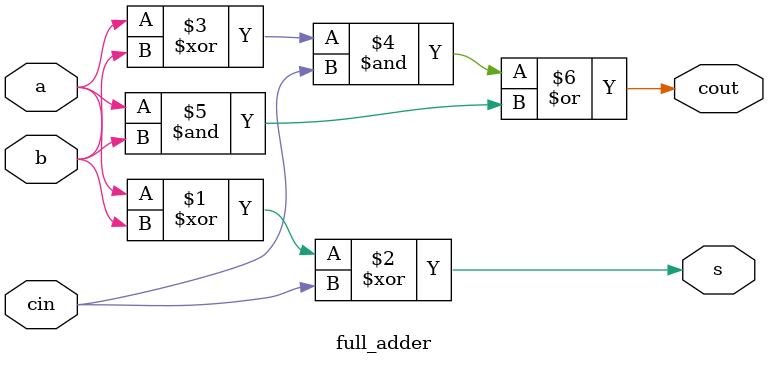
<source format=v>
module full_adder(input a, input b, input cin, output s, output cout);
  assign s = (a ^ b) ^ cin;
  assign cout = ((a ^ b) & cin) | (a & b);
endmodule

</source>
